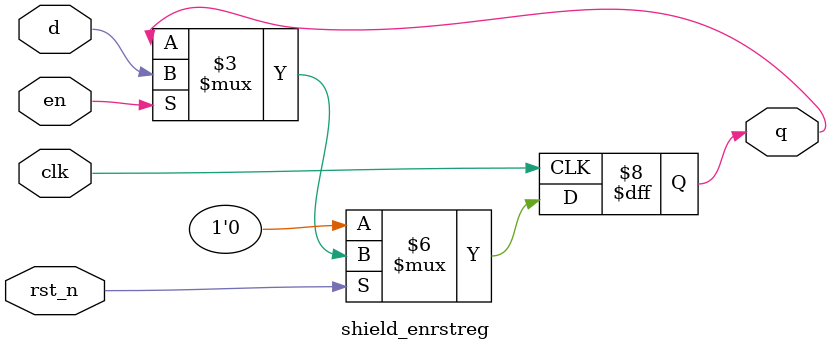
<source format=sv>

module shield_enreg
#(
  parameter integer WIDTH = 1
)(
  input  logic               clk,   // Clock input
  output logic [WIDTH-1:0] q,     // Data output
  input  logic [WIDTH-1:0] d,     // Data input
  input  logic               en     // Enable input
);
  always_ff @(posedge clk) begin
    if(en) begin
      q <= d;
    end
  end
endmodule : shield_enreg

module shield_enrstreg
#(
  parameter integer WIDTH = 1
)(
  input  logic             clk, // Clock input
  input  logic             rst_n, //reset
  output logic [WIDTH-1:0] q,     // Data output
  input  logic [WIDTH-1:0] d,     // Data input
  input  logic             en     // Enable input
);
  always_ff @(posedge clk) begin
    if(!rst_n) begin
      q <= {WIDTH{1'b0}};  
    end
    else if(en) begin
      q <= d;
    end
  end
endmodule : shield_enrstreg


</source>
